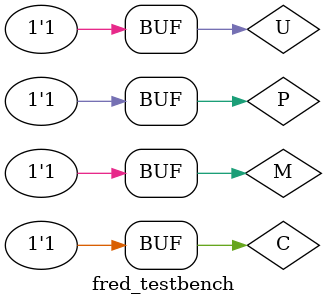
<source format=sv>

module DE1_SoC (HEX0, HEX1, HEX2, HEX3, HEX4, HEX5, KEY, LEDR, SW);
output [6:0] HEX0, HEX1, HEX2, HEX3, HEX4, HEX5;
output [9:0] LEDR;
input [3:0] KEY;
input [9:0] SW;

//assign HEX0 = 7'b1111111;	
//assign HEX1 = 7'b1111111;
//assign HEX2 = 7'b1111111;
//assign HEX3 = 7'b1111111;
//assign HEX4 = 7'b1111111;
//assign HEX5 = 7'b1111111;

nordstrom nordstrom_sim (.U(SW[9]), .P(SW[8]), .C(SW[7]), .M(SW[0]), .discount(LEDR[0]), .stolen(LEDR[1]));

 seg7 segone (.C(SW[7]), .P(SW[8]) , .U(SW[9]), .HEX0(HEX0), .HEX1(HEX1), .HEX2(HEX2), .HEX3(HEX3), .HEX4(HEX4), .HEX5(HEX5));
 //seg7 segtwo (.bcd(SW[7:4]), .leds(HEX1));

endmodule


//-------------------------------------- new module----------------------------

module seg7 (HEX0, HEX1, HEX2, HEX3, HEX4, HEX5, C, P, U);
  input  logic C,P,U;
  output logic[6:0] HEX0, HEX1, HEX2, HEX3, HEX4, HEX5;
	
  always_comb begin
  
		if ( U == 0 &  P == 0 & C == 0 ) begin
		// numbers        7654321
			     HEX0 = 7'b0000110; //e  // Phone
				  HEX1 = 7'b0101011; //n
			     HEX2 = 7'b0100011; //o
			     HEX3 = 7'b0001011; //h
				  HEX4 = 7'b0001100; //p
				  HEX5 = 7'b1111111; //NULL
				  
		end else if (U == 0 & P == 0 & C == 1) begin
		// numbers        7654321
				  HEX0 = 7'b0000110; //E // APPLE
				  HEX1 = 7'b1000111; //L
			     HEX2 = 7'b0001100; //P
			     HEX3 = 7'b0001100; //P
				  HEX4 = 7'b0001000; //A
				  HEX5 = 7'b1111111; //NULL

     end else if ( U == 0 & P == 1 & C == 1) begin 
		// numbers        7654321
				  HEX0 = 7'b0010010; //S  // CHIPS
				  HEX1 = 7'b0001100; //P
			     HEX2 = 7'b1111001; //I
			     HEX3 = 7'b0001001; //H
				  HEX4 = 7'b1000110; //C
			     HEX5 = 7'b1111111; //NULL
				  
				  
		end else if ( U == 1 & P == 0 &  C == 0) begin
		// numbers        7654321
			  	  HEX0 = 7'b1000111;  //l // pencil
				  HEX1 = 7'b1111001; //i
			     HEX2 = 7'b0100111; //c
			     HEX3 = 7'b0101011; //n
				  HEX4 = 7'b0000110; //e
			     HEX5 = 7'b0001100; //p
				 
				 
		end else if ( U == 1 & P == 0 & C == 1) begin
		// numbers        7654321
				  HEX0 = 7'b0001000; //A // COCOA
				  HEX1 = 7'b1000000; //O
			     HEX2 = 7'b1000110; //C
				  HEX3 = 7'b1000000; //O
			     HEX4 = 7'b1000110; //C
			     HEX5 = 7'b1111111; //null
				  
		end else if ( U == 1 & P == 1 & C == 0) begin
		// numbers        7654321
	
				  HEX0 = 7'b0000110; //E  // COFFEE
				  HEX1 = 7'b0000110; //E
			     HEX2 = 7'b0001110; //F
			     HEX3 = 7'b0001110; //F
				  HEX4 = 7'b1000000; //0
				  HEX5 = 7'b1000110; //C
			    
				  
		end else begin
		
				  HEX0 = 7'b1111111; //null  
				  HEX1 = 7'b1111111; //n
			     HEX2 = 7'b1111111; //u
			     HEX3 = 7'b1111111; //l
				  HEX4 = 7'b1111111; //l
				  HEX5 = 7'b1111111; //l
		
		
	  end	
			
     // case (bcd)
        //            Light: 6543210
      //  4'b0000: leds = 7'b1000000; // 0
       // 4'b0001: leds = 7'b1111001; // 1
      //  4'b0010: leds = 7'b0100100; // 2
      //  4'b0011: leds = 7'b0110000; // 3
      //  4'b0100: leds = 7'b0011001; // 4
      //  4'b0101: leds = 7'b0010010; // 5
      //  4'b0110: leds = 7'b0000010; // 6
      //  4'b0111: leds = 7'b1111000; // 7
      //  4'b1000: leds = 7'b0000000; // 8
      //  4'b1001: leds = 7'b0010000; // 9
      //  default: leds = 7'bX;
      //endcase
  end
endmodule

//-------------------------Lab 2 Module------------------------------------------


module nordstrom (discount, stolen, U, P, C, M);

output logic discount, stolen; 	
input  logic U, P, C, M; 	
		
assign discount = P | (U & C);
assign stolen =  ((U) & (~P) & (~M) | ((~U) & (~C) & (~M)));


endmodule

//-----------------------------------------------------------------------------

//---------------------------Test Bench----------------------------------------

module fred_testbench();		
	  logic C,P,U,M;
     logic[6:0] HEX0, HEX1, HEX2, HEX3, HEX4, HEX5;		
			
	seg7 dut ( .U, .P, .C,  .HEX0, .HEX1, .HEX2, .HEX3, .HEX4, .HEX5 ); 		
		
	
	initial begin	
	U=0; P=0; C=0; M=0; #10;
		U=0; P=0; C=0; M=1; #10;
		U=0; P=0; C=1; M=0; #10;
		U=0; P=0; C=1; M=1; #10;
		U=0; P=1; C=0; M=0; #10;
		U=0; P=1; C=0; M=1; #10;
		U=0; P=1; C=1; M=0; #10;
		U=0; P=1; C=1; M=1; #10;
		U=1; P=0; C=0; M=0; #10;
		U=1; P=0; C=0; M=1; #10;
      U=1; P=0; C=1; M=0; #10;		
		U=1; P=0; C=1; M=1; #10;
		U=1; P=1; C=0; M=0; #10;
		U=1; P=1; C=0; M=1; #10;
		U=1; P=1; C=1; M=0; #10;
		U=1; P=1; C=1; M=1; #10;
			
			
	end	
endmodule	




</source>
